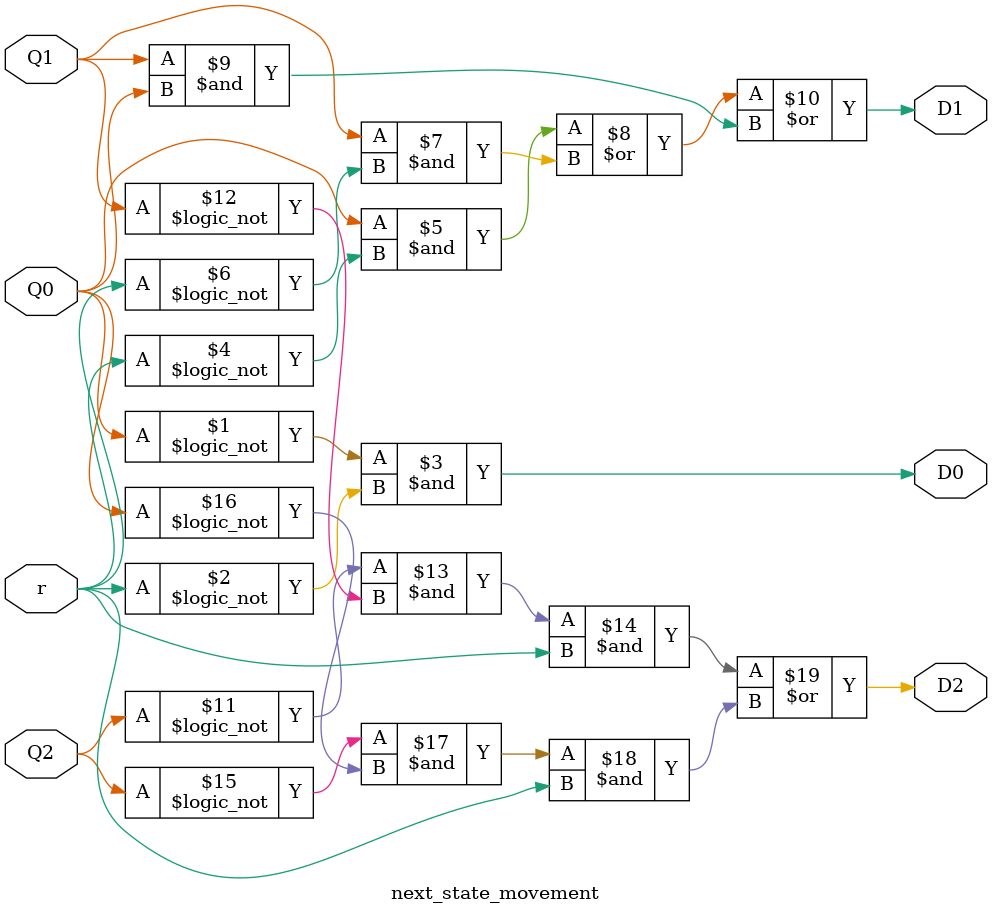
<source format=sv>
/*
Next State
*/
module next_state_movement(input Q2, Q1, Q0, r, output D2, D1, D0);

	assign D0 = !Q0 & !r;
	assign D1 = (Q0 & !r) | (Q1 & !r) | (Q1 & Q0);
	assign D2 = (!Q2 & !Q1 & r) | (!Q2 & !Q0 & r);

endmodule

</source>
